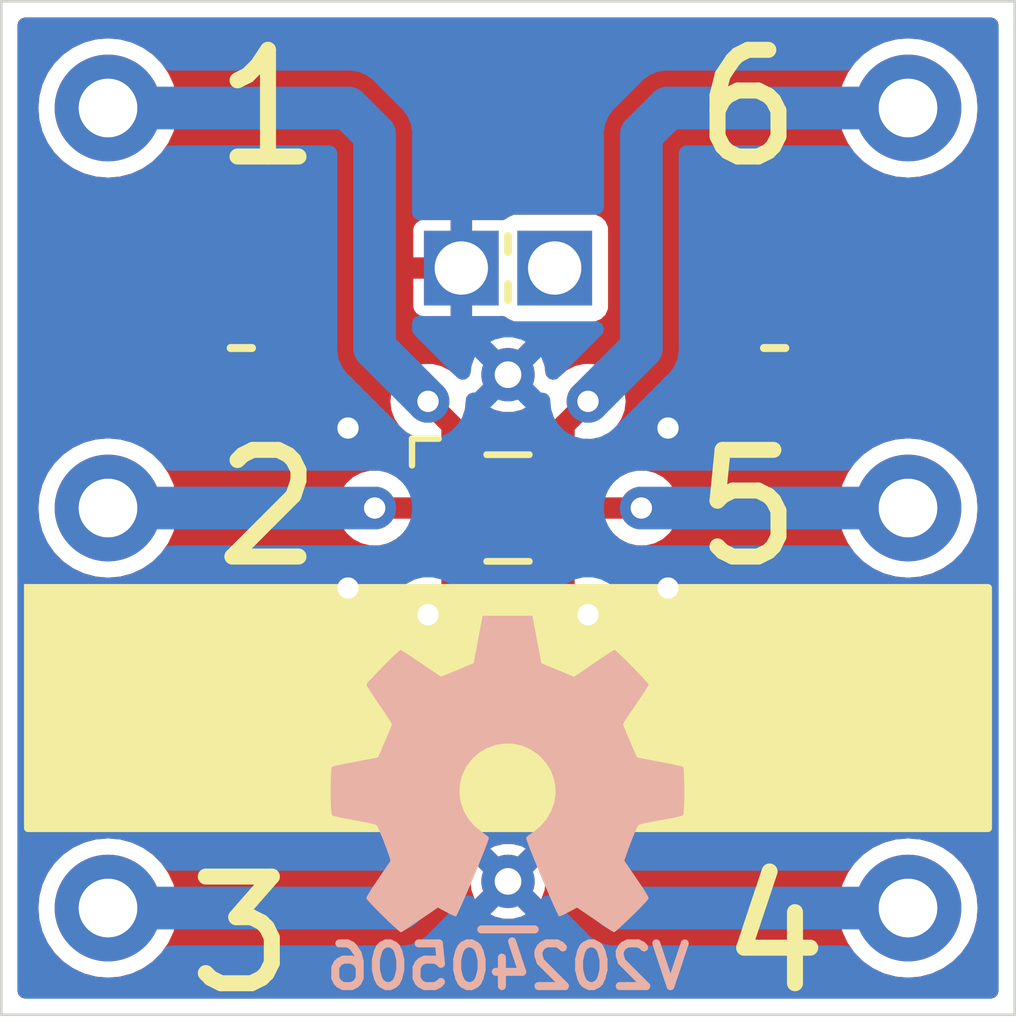
<source format=kicad_pcb>
(kicad_pcb (version 20221018) (generator pcbnew)
  (layers (0 "F.Cu" mixed) (31 "B.Cu" mixed) (34 "B.Paste" user) (35 "F.Paste" user) (36 "B.SilkS" user "B.Silkscreen") (37 "F.SilkS" user "F.Silkscreen") (38 "B.Mask" user) (39 "F.Mask" user) (44 "Edge.Cuts" user))
  (net 0 "")
  (net 1 "Net-(J1-Pin_1)")
  (net 2 "GND")
  (net 4 "Net-(J2-Pin_1)")
  (net 5 "Net-(J3-Pin_1)")
  (net 6 "Net-(J4-Pin_1)")
  (net 7 "Net-(J5-Pin_1)")
  (net 8 "Net-(J6-Pin_1)")
  (footprint "mill-max:PC_pin_nail_head_6092" (layer "F.Cu") (at 142.5 62.5)
    (fp_text reference "J1")
    (fp_text value "1" (at 3 0) (layer "F.SilkS") (effects (font (size 2 2) (thickness 0.3))))
    (pad "1" thru_hole circle locked (at 0 0) (size 2 2) (drill 1.1) (layers "*.Cu" "*.Mask") (net 1 "Net-(J1-Pin_1)"))
  )
  (footprint "mill-max:PC_pin_nail_head_6092" (layer "F.Cu") (at 142.5 70)
    (fp_text reference "J2")
    (fp_text value "2" (at 3 0) (layer "F.SilkS") (effects (font (size 2 2) (thickness 0.3))))
    (pad "1" thru_hole circle locked (at 0 0) (size 2 2) (drill 1.1) (layers "*.Cu" "*.Mask") (net 4 "Net-(J2-Pin_1)"))
  )
  (footprint "mill-max:PC_pin_nail_head_6092" (layer "F.Cu") (at 142.5 77.5)
    (fp_text reference "J3")
    (fp_text value "3" (at 2.5 0.5) (layer "F.SilkS") (effects (font (size 2 2) (thickness 0.3))))
    (pad "1" thru_hole circle locked (at 0 0) (size 2 2) (drill 1.1) (layers "*.Cu" "*.Mask") (net 5 "Net-(J3-Pin_1)"))
  )
  (footprint "mill-max:PC_pin_nail_head_6092" (layer "F.Cu") (at 157.5 70)
    (fp_text reference "J5")
    (fp_text value "5" (at -3 0) (layer "F.SilkS") (effects (font (size 2 2) (thickness 0.3))))
    (pad "1" thru_hole circle locked (at 0 0) (size 2 2) (drill 1.1) (layers "*.Cu" "*.Mask") (net 7 "Net-(J5-Pin_1)"))
  )
  (footprint "mill-max:PC_pin_nail_head_6092" (layer "F.Cu") (at 157.5 62.5)
    (fp_text reference "J6")
    (fp_text value "6" (at -3 0) (layer "F.SilkS") (effects (font (size 2 2) (thickness 0.3))))
    (pad "1" thru_hole circle locked (at 0 0) (size 2 2) (drill 1.1) (layers "*.Cu" "*.Mask") (net 8 "Net-(J6-Pin_1)"))
  )
  (footprint "mill-max:PC_pin_nail_head_6092" (layer "F.Cu") (at 157.5 77.5)
    (fp_text reference "J4")
    (fp_text value "4" (at -2.5 0.5) (layer "F.SilkS") (effects (font (size 2 2) (thickness 0.3))))
    (pad "1" thru_hole circle locked (at 0 0) (size 2 2) (drill 1.1) (layers "*.Cu" "*.Mask") (net 6 "Net-(J4-Pin_1)"))
  )
  (footprint "SquantorResistor:R_0805+0603" (layer "F.Cu") (at 145 67 90)
    (fp_text reference "R1" hide)
    (fp_text value "R" hide)
    (fp_line (start 0 -0.2) (end 0 0.2) (stroke (width 0.15)) (layer "F.SilkS"))
    (pad "1" smd roundrect (at -0.775 0 90) (size 1.05 1.3) (layers "F.Cu" "F.Paste" "F.Mask"))
    (pad "2" smd roundrect (at 0.775 0 90) (size 1.05 1.3) (layers "F.Cu" "F.Paste" "F.Mask"))
  )
  (footprint "SquantorTestPoints:TestPoint_hole_H05R10_2side" (layer "F.Cu") (at 150 77)
    (fp_text reference "TP2" hide)
    (fp_text value "testpad" hide)
    (pad "1" thru_hole circle (at 0 0) (size 1 1) (drill 0.5) (layers "*.Cu" "*.Mask") (net 2 "GND"))
  )
  (footprint "SquantorIC:SOT363-NXP-hand" (layer "F.Cu") (at 150 70)
    (fp_text reference "U1" hide)
    (fp_text value "generic_5pin_sot" hide)
    (fp_line (start -1.8 -1.3) (end -1.8 -0.8) (stroke (width 0.12)) (layer "F.SilkS"))
    (fp_line (start -1.8 -1.3) (end -1.3 -1.3) (stroke (width 0.12)) (layer "F.SilkS"))
    (fp_line (start -0.4 -1) (end 0.4 -1) (stroke (width 0.127)) (layer "F.SilkS"))
    (fp_line (start -0.4 1) (end 0.4 1) (stroke (width 0.127)) (layer "F.SilkS"))
    (pad "1" smd rect (at -1.05 -0.75 270) (size 0.6 0.9) (layers "F.Cu" "F.Paste" "F.Mask") (net 1 "Net-(J1-Pin_1)"))
    (pad "2" smd rect (at -1.05 0 270) (size 0.4 0.9) (layers "F.Cu" "F.Paste" "F.Mask") (net 4 "Net-(J2-Pin_1)"))
    (pad "3" smd rect (at -1.05 0.75 270) (size 0.6 0.9) (layers "F.Cu" "F.Paste" "F.Mask") (net 5 "Net-(J3-Pin_1)"))
    (pad "4" smd rect (at 1.05 0.75 270) (size 0.6 0.9) (layers "F.Cu" "F.Paste" "F.Mask") (net 6 "Net-(J4-Pin_1)"))
    (pad "5" smd rect (at 1.05 0 270) (size 0.4 0.9) (layers "F.Cu" "F.Paste" "F.Mask") (net 7 "Net-(J5-Pin_1)"))
    (pad "6" smd rect (at 1.05 -0.75 270) (size 0.6 0.9) (layers "F.Cu" "F.Paste" "F.Mask") (net 8 "Net-(J6-Pin_1)"))
  )
  (footprint "SquantorCapacitor:C_0402+0603+0805+TH" (layer "F.Cu") (at 150 65.5)
    (fp_text reference "C1" hide)
    (fp_text value "C" hide)
    (fp_line (start 0 -0.6) (end 0 -0.3) (stroke (width 0.15)) (layer "F.SilkS"))
    (fp_line (start 0 0.6) (end 0 0.3) (stroke (width 0.15)) (layer "F.SilkS"))
    (pad "1" thru_hole rect (at -0.875 0) (size 1.4 1.4) (drill 1) (layers "*.Cu" "*.Mask") (net 2 "GND"))
    (pad "2" thru_hole rect (at 0.875 0) (size 1.4 1.4) (drill 1) (layers "*.Cu" "*.Mask"))
  )
  (footprint "SquantorTestPoints:TestPoint_hole_H05R10_2side" (layer "F.Cu") (at 150 67.5)
    (fp_text reference "TP1" hide)
    (fp_text value "testpad" hide)
    (pad "1" thru_hole circle (at 0 0) (size 1 1) (drill 0.5) (layers "*.Cu" "*.Mask") (net 2 "GND"))
  )
  (footprint "SquantorResistor:R_0805+0603" (layer "F.Cu") (at 155 67 90)
    (fp_text reference "R2" hide)
    (fp_text value "R" hide)
    (fp_line (start 0 -0.2) (end 0 0.2) (stroke (width 0.15)) (layer "F.SilkS"))
    (pad "1" smd roundrect (at -0.775 0 90) (size 1.05 1.3) (layers "F.Cu" "F.Paste" "F.Mask"))
    (pad "2" smd roundrect (at 0.775 0 90) (size 1.05 1.3) (layers "F.Cu" "F.Paste" "F.Mask"))
  )
  (footprint "Symbol:OSHW-Symbol_6.7x6mm_SilkScreen" (layer "B.Cu") (at 150 75 180)
    (fp_text reference "N2" hide)
    (fp_text value "OHWLOGO" hide)
    (fp_poly (pts (xy 0.555814 2.531069) (xy 0.639635 2.086445) (xy 0.94892 1.958947) (xy 1.258206 1.831449) (xy 1.629246 2.083754) (xy 1.733157 2.154004) (xy 1.827087 2.216728) (xy 1.906652 2.269062) (xy 1.96747 2.308143) (xy 2.005157 2.331107) (xy 2.015421 2.336058) (xy 2.03391 2.323324) (xy 2.07342 2.288118) (xy 2.129522 2.234938) (xy 2.197787 2.168282) (xy 2.273786 2.092646) (xy 2.353092 2.012528) (xy 2.431275 1.932426) (xy 2.503907 1.856836) (xy 2.566559 1.790255) (xy 2.614803 1.737182) (xy 2.64421 1.702113) (xy 2.651241 1.690377) (xy 2.641123 1.66874) (xy 2.612759 1.621338) (xy 2.569129 1.552807) (xy 2.513218 1.467785) (xy 2.448006 1.370907) (xy 2.410219 1.31565) (xy 2.341343 1.214752) (xy 2.28014 1.123701) (xy 2.229578 1.04703) (xy 2.192628 0.989272) (xy 2.172258 0.954957) (xy 2.169197 0.947746) (xy 2.176136 0.927252) (xy 2.195051 0.879487) (xy 2.223087 0.811168) (xy 2.257391 0.729011) (xy 2.295109 0.63973) (xy 2.333387 0.550042) (xy 2.36937 0.466662) (xy 2.400206 0.396306) (xy 2.423039 0.34569) (xy 2.435017 0.321529) (xy 2.435724 0.320578) (xy 2.454531 0.315964) (xy 2.504618 0.305672) (xy 2.580793 0.290713) (xy 2.677865 0.272099) (xy 2.790643 0.250841) (xy 2.856442 0.238582) (xy 2.97695 0.215638) (xy 3.085797 0.193805) (xy 3.177476 0.174278) (xy 3.246481 0.158252) (xy 3.287304 0.146921) (xy 3.295511 0.143326) (xy 3.303548 0.118994) (xy 3.310033 0.064041) (xy 3.31497 -0.015108) (xy 3.318364 -0.112026) (xy 3.320218 -0.220287) (xy 3.320538 -0.333465) (xy 3.319327 -0.445135) (xy 3.31659 -0.548868) (xy 3.312331 -0.638241) (xy 3.306555 -0.706826) (xy 3.299267 -0.748197) (xy 3.294895 -0.75681) (xy 3.268764 -0.767133) (xy 3.213393 -0.781892) (xy 3.136107 -0.799352) (xy 3.04423 -0.81778) (xy 3.012158 -0.823741) (xy 2.857524 -0.852066) (xy 2.735375 -0.874876) (xy 2.641673 -0.89308) (xy 2.572384 -0.907583) (xy 2.523471 -0.919292) (xy 2.490897 -0.929115) (xy 2.470628 -0.937956) (xy 2.458626 -0.946724) (xy 2.456947 -0.948457) (xy 2.440184 -0.976371) (xy 2.414614 -1.030695) (xy 2.382788 -1.104777) (xy 2.34726 -1.191965) (xy 2.310583 -1.285608) (xy 2.275311 -1.379052) (xy 2.243996 -1.465647) (xy 2.219193 -1.53874) (xy 2.203454 -1.591678) (xy 2.199332 -1.617811) (xy 2.199676 -1.618726) (xy 2.213641 -1.640086) (xy 2.245322 -1.687084) (xy 2.291391 -1.754827) (xy 2.348518 -1.838423) (xy 2.413373 -1.932982) (xy 2.431843 -1.959854) (xy 2.497699 -2.057275) (xy 2.55565 -2.146163) (xy 2.602538 -2.221412) (xy 2.635207 -2.27792) (xy 2.6505 -2.310581) (xy 2.651241 -2.314593) (xy 2.638392 -2.335684) (xy 2.602888 -2.377464) (xy 2.549293 -2.435445) (xy 2.482171 -2.505135) (xy 2.406087 -2.582045) (xy 2.325604 -2.661683) (xy 2.245287 -2.739561) (xy 2.169699 -2.811186) (xy 2.103405 -2.87207) (xy 2.050969 -2.917721) (xy 2.016955 -2.94365) (xy 2.007545 -2.947883) (xy 1.985643 -2.937912) (xy 1.9408 -2.91102) (xy 1.880321 -2.871736) (xy 1.833789 -2.840117) (xy 1.749475 -2.782098) (xy 1.649626 -2.713784) (xy 1.549473 -2.645579) (xy 1.495627 -2.609075) (xy 1.313371 -2.4858) (xy 1.160381 -2.56852) (xy 1.090682 -2.604759) (xy 1.031414 -2.632926) (xy 0.991311 -2.648991) (xy 0.981103 -2.651226) (xy 0.968829 -2.634722) (xy 0.944613 -2.588082) (xy 0.910263 -2.515609) (xy 0.867588 -2.421606) (xy 0.818394 -2.310374) (xy 0.76449 -2.186215) (xy 0.707684 -2.053432) (xy 0.649782 -1.916327) (xy 0.592593 -1.779202) (xy 0.537924 -1.646358) (xy 0.487584 -1.522098) (xy 0.44338 -1.410725) (xy 0.407119 -1.316539) (xy 0.380609 -1.243844) (xy 0.365658 -1.196941) (xy 0.363254 -1.180833) (xy 0.382311 -1.160286) (xy 0.424036 -1.126933) (xy 0.479706 -1.087702) (xy 0.484378 -1.084599) (xy 0.628264 -0.969423) (xy 0.744283 -0.835053) (xy 0.83143 -0.685784) (xy 0.888699 -0.525913) (xy 0.915086 -0.359737) (xy 0.909585 -0.191552) (xy 0.87119 -0.025655) (xy 0.798895 0.133658) (xy 0.777626 0.168513) (xy 0.666996 0.309263) (xy 0.536302 0.422286) (xy 0.390064 0.506997) (xy 0.232808 0.562806) (xy 0.069057 0.589126) (xy -0.096667 0.58537) (xy -0.259838 0.55095) (xy -0.415935 0.485277) (xy -0.560433 0.387765) (xy -0.605131 0.348187) (xy -0.718888 0.224297) (xy -0.801782 0.093876) (xy -0.858644 -0.052315) (xy -0.890313 -0.197088) (xy -0.898131 -0.35986) (xy -0.872062 -0.52344) (xy -0.814755 -0.682298) (xy -0.728856 -0.830906) (xy -0.617014 -0.963735) (xy -0.481877 -1.075256) (xy -0.464117 -1.087011) (xy -0.40785 -1.125508) (xy -0.365077 -1.158863) (xy -0.344628 -1.18016) (xy -0.344331 -1.180833) (xy -0.348721 -1.203871) (xy -0.366124 -1.256157) (xy -0.394732 -1.33339) (xy -0.432735 -1.431268) (xy -0.478326 -1.545491) (xy -0.529697 -1.671758) (xy -0.585038 -1.805767) (xy -0.642542 -1.943218) (xy -0.700399 -2.079808) (xy -0.756802 -2.211237) (xy -0.809942 -2.333205) (xy -0.85801 -2.441409) (xy -0.899199 -2.531549) (xy -0.931699 -2.599323) (xy -0.953703 -2.64043) (xy -0.962564 -2.651226) (xy -0.98964 -2.642819) (xy -1.040303 -2.620272) (xy -1.105817 -2.587613) (xy -1.141841 -2.56852) (xy -1.294832 -2.4858) (xy -1.477088 -2.609075) (xy -1.570125 -2.672228) (xy -1.671985 -2.741727) (xy -1.767438 -2.807165) (xy -1.81525 -2.840117) (xy -1.882495 -2.885273) (xy -1.939436 -2.921057) (xy -1.978646 -2.942938) (xy -1.991381 -2.947563) (xy -2.009917 -2.935085) (xy -2.050941 -2.900252) (xy -2.110475 -2.846678) (xy -2.184542 -2.777983) (xy -2.269165 -2.697781) (xy -2.322685 -2.646286) (xy -2.416319 -2.554286) (xy -2.497241 -2.471999) (xy -2.562177 -2.402945) (xy -2.607858 -2.350644) (xy -2.631011 -2.318616) (xy -2.633232 -2.312116) (xy -2.622924 -2.287394) (xy -2.594439 -2.237405) (xy -2.550937 -2.167212) (xy -2.495577 -2.081875) (xy -2.43152 -1.986456) (xy -2.413303 -1.959854) (xy -2.346927 -1.863167) (xy -2.287378 -1.776117) (xy -2.237984 -1.703595) (xy -2.202075 -1.650493) (xy -2.182981 -1.621703) (xy -2.181136 -1.618726) (xy -2.183895 -1.595782) (xy -2.198538 -1.545336) (xy -2.222513 -1.474041) (xy -2.253266 -1.388547) (xy -2.288244 -1.295507) (xy -2.324893 -1.201574) (xy -2.360661 -1.113399) (xy -2.392994 -1.037634) (xy -2.419338 -0.980931) (xy -2.437142 -0.949943) (xy -2.438407 -0.948457) (xy -2.449294 -0.939601) (xy -2.467682 -0.930843) (xy -2.497606 -0.921277) (xy -2.543103 -0.909996) (xy -2.608209 -0.896093) (xy -2.696961 -0.878663) (xy -2.813393 -0.856798) (xy -2.961542 -0.829591) (xy -2.993618 -0.823741) (xy -3.088686 -0.805374) (xy -3.171565 -0.787405) (xy -3.23493 -0.771569) (xy -3.271458 -0.7596) (xy -3.276356 -0.75681) (xy -3.284427 -0.732072) (xy -3.290987 -0.67679) (xy -3.296033 -0.597389) (xy -3.299559 -0.500296) (xy -3.301561 -0.391938) (xy -3.302036 -0.27874) (xy -3.300977 -0.167128) (xy -3.298382 -0.063529) (xy -3.294246 0.025632) (xy -3.288563 0.093928) (xy -3.281331 0.134934) (xy -3.276971 0.143326) (xy -3.252698 0.151792) (xy -3.197426 0.165565) (xy -3.116662 0.18345) (xy -3.015912 0.204252) (xy -2.900683 0.226777) (xy -2.837902 0.238582) (xy -2.718787 0.260849) (xy -2.612565 0.281021) (xy -2.524427 0.298085) (xy -2.459566 0.311031) (xy -2.423174 0.318845) (xy -2.417184 0.320578) (xy -2.407061 0.34011) (xy -2.385662 0.387157) (xy -2.355839 0.454997) (xy -2.320445 0.536909) (xy -2.282332 0.626172) (xy -2.244353 0.716065) (xy -2.20936 0.799865) (xy -2.180206 0.870853) (xy -2.159743 0.922306) (xy -2.150823 0.947503) (xy -2.150657 0.948604) (xy -2.160769 0.968481) (xy -2.189117 1.014223) (xy -2.232723 1.081283) (xy -2.288606 1.165116) (xy -2.353787 1.261174) (xy -2.391679 1.31635) (xy -2.460725 1.417519) (xy -2.52205 1.50937) (xy -2.572663 1.587256) (xy -2.609571 1.646531) (xy -2.629782 1.682549) (xy -2.632701 1.690623) (xy -2.620153 1.709416) (xy -2.585463 1.749543) (xy -2.533063 1.806507) (xy -2.467384 1.875815) (xy -2.392856 1.952969) (xy -2.313913 2.033475) (xy -2.234983 2.112837) (xy -2.1605 2.18656) (xy -2.094894 2.250148) (xy -2.042596 2.299106) (xy -2.008039 2.328939) (xy -1.996478 2.336058) (xy -1.977654 2.326047) (xy -1.932631 2.297922) (xy -1.865787 2.254546) (xy -1.781499 2.198782) (xy -1.684144 2.133494) (xy -1.610707 2.083754) (xy -1.239667 1.831449) (xy -0.621095 2.086445) (xy -0.537275 2.531069) (xy -0.453454 2.975693) (xy 0.471994 2.975693) (xy 0.555814 2.531069)) (stroke (width 0.01)) (fill solid) (layer "B.SilkS"))
  )
  (footprint "SquantorLabels:Label_Generic" (layer "B.Cu") (at 150 78.5)
    (fp_text reference "N1" hide)
    (fp_text value "V20240506" (at 0 0.1) (layer "B.SilkS") (effects (font (size 0.8 0.8)) (justify mirror)))
    (fp_line (start -0.5 -0.6) (end 0.5 -0.6) (stroke (width 0.15)) (layer "B.SilkS"))
  )
  (gr_rect (start 141 71.5) (end 159 76) (stroke (width 0.15)) (fill solid) (layer "F.SilkS"))
  (gr_line (start 140.5 79.5) (end 159.5 79.5) (stroke (width 0.05)) (layer "Edge.Cuts"))
  (gr_line (start 159.5 60.5) (end 159.5 79.5) (stroke (width 0.05)) (layer "Edge.Cuts"))
  (gr_line (start 159.5 60.5) (end 140.5 60.5) (stroke (width 0.05)) (layer "Edge.Cuts"))
  (gr_line (start 140.5 79.5) (end 140.5 60.5) (stroke (width 0.05)) (layer "Edge.Cuts"))
  (segment (start 148.95 68.45) (end 148.5 68) (width 0.4) (layer "F.Cu") (net 1))
  (segment (start 148.95 69.25) (end 148.95 68.45) (width 0.4) (layer "F.Cu") (net 1))
  (via (at 148.5 68) (size 0.8) (drill 0.4) (layers "F.Cu" "B.Cu") (net 1))
  (segment (start 147 62.5) (end 147.5 63) (width 0.8) (layer "B.Cu") (net 1))
  (segment (start 147.5 67) (end 148.5 68) (width 0.8) (layer "B.Cu") (net 1))
  (segment (start 142.5 62.5) (end 147 62.5) (width 0.8) (layer "B.Cu") (net 1))
  (segment (start 147.5 63) (end 147.5 67) (width 0.8) (layer "B.Cu") (net 1))
  (via (at 147 68.5) (size 0.8) (drill 0.4) (layers "F.Cu" "B.Cu") (net 2))
  (via (at 153 71.5) (size 0.8) (drill 0.4) (layers "F.Cu" "B.Cu") (net 2))
  (via (at 153 68.5) (size 0.8) (drill 0.4) (layers "F.Cu" "B.Cu") (net 2))
  (via (at 147 71.5) (size 0.8) (drill 0.4) (layers "F.Cu" "B.Cu") (net 2))
  (segment (start 148.95 70) (end 147.5 70) (width 0.4) (layer "F.Cu") (net 4))
  (via (at 147.5 70) (size 0.8) (drill 0.4) (layers "F.Cu" "B.Cu") (net 4))
  (segment (start 142.5 70) (end 147.5 70) (width 0.8) (layer "B.Cu") (net 4))
  (segment (start 148.95 71.55) (end 148.5 72) (width 0.4) (layer "F.Cu") (net 5))
  (segment (start 148.95 70.75) (end 148.95 71.55) (width 0.4) (layer "F.Cu") (net 5))
  (via (at 148.5 72) (size 0.8) (drill 0.4) (layers "F.Cu" "B.Cu") (net 5))
  (segment (start 148 77.5) (end 148.5 77) (width 0.8) (layer "B.Cu") (net 5))
  (segment (start 148.5 77) (end 148.5 72) (width 0.8) (layer "B.Cu") (net 5))
  (segment (start 142.5 77.5) (end 148 77.5) (width 0.8) (layer "B.Cu") (net 5))
  (segment (start 151.05 71.55) (end 151.5 72) (width 0.4) (layer "F.Cu") (net 6))
  (segment (start 151.05 70.75) (end 151.05 71.55) (width 0.4) (layer "F.Cu") (net 6))
  (via (at 151.5 72) (size 0.8) (drill 0.4) (layers "F.Cu" "B.Cu") (net 6))
  (segment (start 151.5 77) (end 151.5 72) (width 0.8) (layer "B.Cu") (net 6))
  (segment (start 152 77.5) (end 151.5 77) (width 0.8) (layer "B.Cu") (net 6))
  (segment (start 157.5 77.5) (end 152 77.5) (width 0.8) (layer "B.Cu") (net 6))
  (segment (start 151.05 70) (end 152.5 70) (width 0.4) (layer "F.Cu") (net 7))
  (via (at 152.5 70) (size 0.8) (drill 0.4) (layers "F.Cu" "B.Cu") (net 7))
  (segment (start 157.5 70) (end 152.5 70) (width 0.8) (layer "B.Cu") (net 7))
  (segment (start 151.05 68.45) (end 151.5 68) (width 0.4) (layer "F.Cu") (net 8))
  (segment (start 151.05 69.25) (end 151.05 68.45) (width 0.4) (layer "F.Cu") (net 8))
  (via (at 151.5 68) (size 0.8) (drill 0.4) (layers "F.Cu" "B.Cu") (net 8))
  (segment (start 152.5 67) (end 151.5 68) (width 0.8) (layer "B.Cu") (net 8))
  (segment (start 152.5 63) (end 152.5 67) (width 0.8) (layer "B.Cu") (net 8))
  (segment (start 153 62.5) (end 152.5 63) (width 0.8) (layer "B.Cu") (net 8))
  (segment (start 157.5 62.5) (end 153 62.5) (width 0.8) (layer "B.Cu") (net 8))
  (zone (net 2) (net_name "GND") (layers "F&B.Cu") (connect_pads (clearance 0.3)) (min_thickness 0.3) (fill yes (thermal_gap 0.2) (thermal_bridge_width 0.4))
    (polygon (pts (xy 140.5 60.5) (xy 159.5 60.5) (xy 159.5 79.5) (xy 140.5 79.5)))
  )
)
</source>
